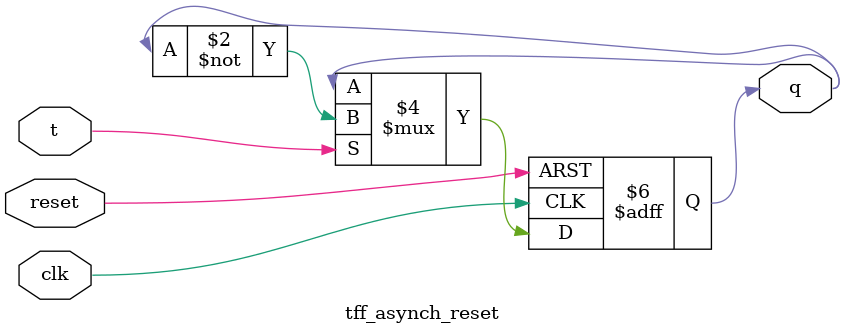
<source format=v>
module tff_asynch_reset(input clk, input reset, input t, output reg q);
    
always @ (posedge clk or posedge reset) begin
    if (reset) q <= 1'b0;
    else begin
        if (t) q <= ~q;
        else q <= q; 
    end
end

endmodule
</source>
